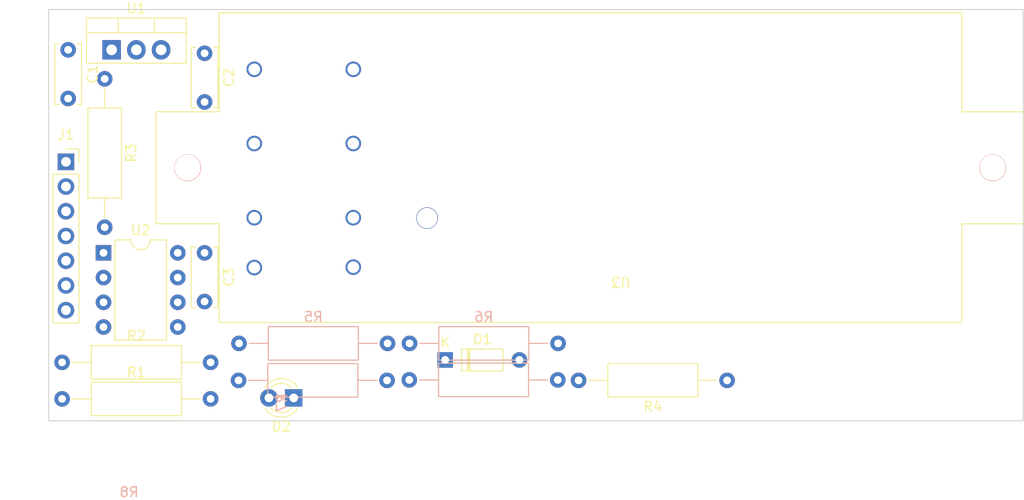
<source format=kicad_pcb>
(kicad_pcb (version 20211014) (generator pcbnew)
  (layers (0 "F.Cu" signal) (31 "B.Cu" signal) (34 "B.Paste" user) (35 "F.Paste" user) (36 "B.SilkS" user "B.Silkscreen") (37 "F.SilkS" user "F.Silkscreen") (38 "B.Mask" user) (39 "F.Mask" user) (44 "Edge.Cuts" user))
  (net 0 "")
  (net 1 "+12V")
  (net 2 "Earth")
  (net 3 "+5V")
  (net 4 "Net-(D2-Pad1)")
  (net 5 "Net-(D2-Pad2)")
  (net 6 "VPGM")
  (net 7 "Net-(R1-Pad1)")
  (net 8 "DAC_SIG")
  (net 9 "VMON")
  (net 13 "IMON")
  (net 16 "VDIV")
  (net 17 "VMON_3V3")
  (net 18 "IMON_3V3")
  (footprint "Resistor_THT:R_Axial_DIN0309_L9.0mm_D3.2mm_P15.24mm_Horizontal" (layer "F.Cu") (at 87.38 61)
    (fp_text reference "R1" (at 7.62 -2.72) (layer "F.SilkS"))
    (fp_text value "10k")
    (fp_line (start 12.24 -1.72) (end 3 -1.72) (layer "F.SilkS") (width 0.12))
    (fp_line (start 12.24 1.72) (end 12.24 -1.72) (layer "F.SilkS") (width 0.12))
    (fp_line (start 3 1.72) (end 12.24 1.72) (layer "F.SilkS") (width 0.12))
    (fp_line (start 14.2 0) (end 12.24 0) (layer "F.SilkS") (width 0.12))
    (fp_line (start 1.04 0) (end 3 0) (layer "F.SilkS") (width 0.12))
    (fp_line (start 3 -1.72) (end 3 1.72) (layer "F.SilkS") (width 0.12))
    (pad "1" thru_hole circle (at 0 0) (size 1.6 1.6) (drill 0.8) (layers *.Cu *.Mask) (net 7 "Net-(R1-Pad1)"))
    (pad "2" thru_hole oval (at 15.24 0) (size 1.6 1.6) (drill 0.8) (layers *.Cu *.Mask) (net 2 "Earth"))
  )
  (footprint "Diode_THT:D_DO-35_SOD27_P7.62mm_Horizontal" (layer "F.Cu") (at 126.69 57)
    (fp_text reference "D1" (at 3.81 -2.12) (layer "F.SilkS"))
    (fp_text value "TZX3V6A-TR")
    (fp_text user "K" (at 0 -1.8) (layer "F.SilkS"))
    (fp_line (start 1.69 1.12) (end 5.93 1.12) (layer "F.SilkS") (width 0.12))
    (fp_line (start 5.93 1.12) (end 5.93 -1.12) (layer "F.SilkS") (width 0.12))
    (fp_line (start 1.69 -1.12) (end 1.69 1.12) (layer "F.SilkS") (width 0.12))
    (fp_line (start 1.04 0) (end 1.69 0) (layer "F.SilkS") (width 0.12))
    (fp_line (start 2.41 -1.12) (end 2.41 1.12) (layer "F.SilkS") (width 0.12))
    (fp_line (start 2.29 -1.12) (end 2.29 1.12) (layer "F.SilkS") (width 0.12))
    (fp_line (start 2.53 -1.12) (end 2.53 1.12) (layer "F.SilkS") (width 0.12))
    (fp_line (start 5.93 -1.12) (end 1.69 -1.12) (layer "F.SilkS") (width 0.12))
    (fp_line (start 6.58 0) (end 5.93 0) (layer "F.SilkS") (width 0.12))
    (pad "1" thru_hole rect (at 0 0) (size 1.6 1.6) (drill 0.8) (layers *.Cu *.Mask) (net 9 "VMON"))
    (pad "2" thru_hole oval (at 7.62 0) (size 1.6 1.6) (drill 0.8) (layers *.Cu *.Mask) (net 2 "Earth"))
  )
  (footprint "Capacitor_THT:C_Disc_D6.0mm_W2.5mm_P5.00mm" (layer "F.Cu") (at 88 25.146 -90)
    (fp_text reference "C1" (at 2.5 -2.5 90) (layer "F.SilkS"))
    (fp_text value "0.1uF")
    (fp_line (start 5.62 0.925) (end 5.62 1.37) (layer "F.SilkS") (width 0.12))
    (fp_line (start 5.62 -1.37) (end 5.62 -0.925) (layer "F.SilkS") (width 0.12))
    (fp_line (start -0.62 -1.37) (end 5.62 -1.37) (layer "F.SilkS") (width 0.12))
    (fp_line (start -0.62 -1.37) (end -0.62 -0.925) (layer "F.SilkS") (width 0.12))
    (fp_line (start -0.62 0.925) (end -0.62 1.37) (layer "F.SilkS") (width 0.12))
    (fp_line (start -0.62 1.37) (end 5.62 1.37) (layer "F.SilkS") (width 0.12))
    (pad "1" thru_hole circle (at 0 0 270) (size 1.6 1.6) (drill 0.8) (layers *.Cu *.Mask) (net 1 "+12V"))
    (pad "2" thru_hole circle (at 5 0 270) (size 1.6 1.6) (drill 0.8) (layers *.Cu *.Mask) (net 2 "Earth"))
  )
  (footprint "Resistor_THT:R_Axial_DIN0309_L9.0mm_D3.2mm_P15.24mm_Horizontal" (layer "F.Cu") (at 155.62 59.1 180)
    (fp_text reference "R4" (at 7.62 -2.72) (layer "F.SilkS"))
    (fp_text value "1K")
    (fp_line (start 1.04 0) (end 3 0) (layer "F.SilkS") (width 0.12))
    (fp_line (start 12.24 -1.72) (end 3 -1.72) (layer "F.SilkS") (width 0.12))
    (fp_line (start 14.2 0) (end 12.24 0) (layer "F.SilkS") (width 0.12))
    (fp_line (start 12.24 1.72) (end 12.24 -1.72) (layer "F.SilkS") (width 0.12))
    (fp_line (start 3 -1.72) (end 3 1.72) (layer "F.SilkS") (width 0.12))
    (fp_line (start 3 1.72) (end 12.24 1.72) (layer "F.SilkS") (width 0.12))
    (pad "1" thru_hole circle (at 0 0 180) (size 1.6 1.6) (drill 0.8) (layers *.Cu *.Mask) (net 2 "Earth"))
    (pad "2" thru_hole oval (at 15.24 0 180) (size 1.6 1.6) (drill 0.8) (layers *.Cu *.Mask) (net 4 "Net-(D2-Pad1)"))
  )
  (footprint "LED_THT:LED_D3.0mm_Clear" (layer "F.Cu") (at 111.14619 60.9 180)
    (fp_text reference "D2" (at 1.27 -2.96) (layer "F.SilkS"))
    (fp_text value "LED")
    (fp_line (start -0.29 1.08) (end -0.29 1.236) (layer "F.SilkS") (width 0.12))
    (fp_line (start -0.29 -1.236) (end -0.29 -1.08) (layer "F.SilkS") (width 0.12))
    (fp_arc (start 2.942335 1.078608) (mid 1.366487 1.987659) (end -0.29 1.235516) (layer "F.SilkS") (width 0.12))
    (fp_arc (start 2.31113 1.079837) (mid 1.270117 1.5) (end 0.229039 1.08) (layer "F.SilkS") (width 0.12))
    (fp_arc (start 0.229039 -1.08) (mid 1.270117 -1.5) (end 2.31113 -1.079837) (layer "F.SilkS") (width 0.12))
    (fp_arc (start -0.29 -1.235516) (mid 1.366487 -1.987659) (end 2.942335 -1.078608) (layer "F.SilkS") (width 0.12))
    (pad "1" thru_hole rect (at 0 0 180) (size 1.8 1.8) (drill 0.9) (layers *.Cu *.Mask) (net 4 "Net-(D2-Pad1)"))
    (pad "2" thru_hole circle (at 2.54 0 180) (size 1.8 1.8) (drill 0.9) (layers *.Cu *.Mask) (net 5 "Net-(D2-Pad2)"))
  )
  (footprint "Package_TO_SOT_THT:TO-220-3_Vertical" (layer "F.Cu") (at 92.46 25.146)
    (fp_text reference "U1" (at 2.54 -4.27) (layer "F.SilkS"))
    (fp_text value "LM7805_TO220")
    (fp_line (start 0.69 -3.27) (end 0.69 -1.76) (layer "F.SilkS") (width 0.12))
    (fp_line (start -2.58 -3.27) (end -2.58 1.371) (layer "F.SilkS") (width 0.12))
    (fp_line (start -2.58 -1.76) (end 7.66 -1.76) (layer "F.SilkS") (width 0.12))
    (fp_line (start -2.58 -3.27) (end 7.66 -3.27) (layer "F.SilkS") (width 0.12))
    (fp_line (start -2.58 1.371) (end 7.66 1.371) (layer "F.SilkS") (width 0.12))
    (fp_line (start 4.391 -3.27) (end 4.391 -1.76) (layer "F.SilkS") (width 0.12))
    (fp_line (start 7.66 -3.27) (end 7.66 1.371) (layer "F.SilkS") (width 0.12))
    (pad "1" thru_hole rect (at 0 0) (size 1.905 2) (drill 1.1) (layers *.Cu *.Mask) (net 1 "+12V"))
    (pad "2" thru_hole oval (at 2.54 0) (size 1.905 2) (drill 1.1) (layers *.Cu *.Mask) (net 2 "Earth"))
    (pad "3" thru_hole oval (at 5.08 0) (size 1.905 2) (drill 1.1) (layers *.Cu *.Mask) (net 3 "+5V"))
  )
  (footprint "Capacitor_THT:C_Disc_D6.0mm_W2.5mm_P5.00mm" (layer "F.Cu") (at 102 25.5 -90)
    (fp_text reference "C2" (at 2.5 -2.5 90) (layer "F.SilkS"))
    (fp_text value "0.1uF")
    (fp_line (start 5.62 -1.37) (end 5.62 -0.925) (layer "F.SilkS") (width 0.12))
    (fp_line (start -0.62 1.37) (end 5.62 1.37) (layer "F.SilkS") (width 0.12))
    (fp_line (start -0.62 0.925) (end -0.62 1.37) (layer "F.SilkS") (width 0.12))
    (fp_line (start -0.62 -1.37) (end 5.62 -1.37) (layer "F.SilkS") (width 0.12))
    (fp_line (start 5.62 0.925) (end 5.62 1.37) (layer "F.SilkS") (width 0.12))
    (fp_line (start -0.62 -1.37) (end -0.62 -0.925) (layer "F.SilkS") (width 0.12))
    (pad "1" thru_hole circle (at 0 0 270) (size 1.6 1.6) (drill 0.8) (layers *.Cu *.Mask) (net 3 "+5V"))
    (pad "2" thru_hole circle (at 5 0 270) (size 1.6 1.6) (drill 0.8) (layers *.Cu *.Mask) (net 2 "Earth"))
  )
  (footprint "Capacitor_THT:C_Disc_D6.0mm_W2.5mm_P5.00mm" (layer "F.Cu") (at 102 46 -90)
    (fp_text reference "C3" (at 2.5 -2.5 90) (layer "F.SilkS"))
    (fp_text value "0.1uF")
    (fp_line (start -0.62 0.925) (end -0.62 1.37) (layer "F.SilkS") (width 0.12))
    (fp_line (start -0.62 -1.37) (end -0.62 -0.925) (layer "F.SilkS") (width 0.12))
    (fp_line (start 5.62 -1.37) (end 5.62 -0.925) (layer "F.SilkS") (width 0.12))
    (fp_line (start -0.62 -1.37) (end 5.62 -1.37) (layer "F.SilkS") (width 0.12))
    (fp_line (start -0.62 1.37) (end 5.62 1.37) (layer "F.SilkS") (width 0.12))
    (fp_line (start 5.62 0.925) (end 5.62 1.37) (layer "F.SilkS") (width 0.12))
    (pad "1" thru_hole circle (at 0 0 270) (size 1.6 1.6) (drill 0.8) (layers *.Cu *.Mask) (net 3 "+5V"))
    (pad "2" thru_hole circle (at 5 0 270) (size 1.6 1.6) (drill 0.8) (layers *.Cu *.Mask) (net 2 "Earth"))
  )
  (footprint "Connector_PinSocket_2.54mm:PinSocket_1x07_P2.54mm_Vertical" (layer "F.Cu") (at 87.775 36.65)
    (fp_text reference "J1" (at 0 -2.77) (layer "F.SilkS"))
    (fp_text value "Conn_01x07_Male")
    (fp_line (start 0 -1.33) (end 1.33 -1.33) (layer "F.SilkS") (width 0.12))
    (fp_line (start -1.33 1.27) (end 1.33 1.27) (layer "F.SilkS") (width 0.12))
    (fp_line (start -1.33 16.57) (end 1.33 16.57) (layer "F.SilkS") (width 0.12))
    (fp_line (start 1.33 -1.33) (end 1.33 0) (layer "F.SilkS") (width 0.12))
    (fp_line (start 1.33 1.27) (end 1.33 16.57) (layer "F.SilkS") (width 0.12))
    (fp_line (start -1.33 1.27) (end -1.33 16.57) (layer "F.SilkS") (width 0.12))
    (pad "1" thru_hole rect (at 0 0) (size 1.7 1.7) (drill 1) (layers *.Cu *.Mask) (net 1 "+12V"))
    (pad "2" thru_hole oval (at 0 2.54) (size 1.7 1.7) (drill 1) (layers *.Cu *.Mask) (net 2 "Earth"))
    (pad "3" thru_hole oval (at 0 5.08) (size 1.7 1.7) (drill 1) (layers *.Cu *.Mask) (net 8 "DAC_SIG"))
    (pad "4" thru_hole oval (at 0 7.62) (size 1.7 1.7) (drill 1) (layers *.Cu *.Mask) (net 17 "VMON_3V3"))
    (pad "5" thru_hole oval (at 0 10.16) (size 1.7 1.7) (drill 1) (layers *.Cu *.Mask) (net 18 "IMON_3V3"))
    (pad "6" thru_hole oval (at 0 12.7) (size 1.7 1.7) (drill 1) (layers *.Cu *.Mask) (net 6 "VPGM"))
    (pad "7" thru_hole oval (at 0 15.24) (size 1.7 1.7) (drill 1) (layers *.Cu *.Mask) (net 16 "VDIV"))
  )
  (footprint "Resistor_THT:R_Axial_DIN0309_L9.0mm_D3.2mm_P15.24mm_Horizontal" (layer "F.Cu") (at 91.75 28.13 -90)
    (fp_text reference "R3" (at 7.62 -2.72 90) (layer "F.SilkS"))
    (fp_text value "10k")
    (fp_line (start 1.04 0) (end 3 0) (layer "F.SilkS") (width 0.12))
    (fp_line (start 12.24 1.72) (end 12.24 -1.72) (layer "F.SilkS") (width 0.12))
    (fp_line (start 12.24 -1.72) (end 3 -1.72) (layer "F.SilkS") (width 0.12))
    (fp_line (start 3 1.72) (end 12.24 1.72) (layer "F.SilkS") (width 0.12))
    (fp_line (start 3 -1.72) (end 3 1.72) (layer "F.SilkS") (width 0.12))
    (fp_line (start 14.2 0) (end 12.24 0) (layer "F.SilkS") (width 0.12))
    (pad "1" thru_hole circle (at 0 0 270) (size 1.6 1.6) (drill 0.8) (layers *.Cu *.Mask) (net 2 "Earth"))
    (pad "2" thru_hole oval (at 15.24 0 270) (size 1.6 1.6) (drill 0.8) (layers *.Cu *.Mask) (net 6 "VPGM"))
  )
  (footprint "Resistor_THT:R_Axial_DIN0309_L9.0mm_D3.2mm_P15.24mm_Horizontal" (layer "F.Cu") (at 87.38 57.25)
    (fp_text reference "R2" (at 7.62 -2.72) (layer "F.SilkS"))
    (fp_text value "4.7k")
    (fp_line (start 1.04 0) (end 3 0) (layer "F.SilkS") (width 0.12))
    (fp_line (start 14.2 0) (end 12.24 0) (layer "F.SilkS") (width 0.12))
    (fp_line (start 12.24 -1.72) (end 3 -1.72) (layer "F.SilkS") (width 0.12))
    (fp_line (start 12.24 1.72) (end 12.24 -1.72) (layer "F.SilkS") (width 0.12))
    (fp_line (start 3 1.72) (end 12.24 1.72) (layer "F.SilkS") (width 0.12))
    (fp_line (start 3 -1.72) (end 3 1.72) (layer "F.SilkS") (width 0.12))
    (pad "1" thru_hole circle (at 0 0) (size 1.6 1.6) (drill 0.8) (layers *.Cu *.Mask) (net 7 "Net-(R1-Pad1)"))
    (pad "2" thru_hole oval (at 15.24 0) (size 1.6 1.6) (drill 0.8) (layers *.Cu *.Mask) (net 6 "VPGM"))
  )
  (footprint "Package_DIP:DIP-8_W7.62mm" (layer "F.Cu") (at 91.63 46)
    (fp_text reference "U2" (at 3.81 -2.33) (layer "F.SilkS"))
    (fp_text value "NE5532")
    (fp_line (start 6.46 -1.33) (end 4.81 -1.33) (layer "F.SilkS") (width 0.12))
    (fp_line (start 1.16 -1.33) (end 1.16 8.95) (layer "F.SilkS") (width 0.12))
    (fp_line (start 1.16 8.95) (end 6.46 8.95) (layer "F.SilkS") (width 0.12))
    (fp_line (start 2.81 -1.33) (end 1.16 -1.33) (layer "F.SilkS") (width 0.12))
    (fp_line (start 6.46 8.95) (end 6.46 -1.33) (layer "F.SilkS") (width 0.12))
    (fp_arc (start 4.81 -1.33) (mid 3.81 -0.33) (end 2.81 -1.33) (layer "F.SilkS") (width 0.12))
    (pad "1" thru_hole rect (at 0 0) (size 1.6 1.6) (drill 0.8) (layers *.Cu *.Mask) (net 6 "VPGM"))
    (pad "2" thru_hole oval (at 0 2.54) (size 1.6 1.6) (drill 0.8) (layers *.Cu *.Mask) (net 7 "Net-(R1-Pad1)"))
    (pad "3" thru_hole oval (at 0 5.08) (size 1.6 1.6) (drill 0.8) (layers *.Cu *.Mask) (net 8 "DAC_SIG"))
    (pad "4" thru_hole oval (at 0 7.62) (size 1.6 1.6) (drill 0.8) (layers *.Cu *.Mask) (net 2 "Earth"))
    (pad "5" thru_hole oval (at 7.62 7.62) (size 1.6 1.6) (drill 0.8) (layers *.Cu *.Mask))
    (pad "6" thru_hole oval (at 7.62 5.08) (size 1.6 1.6) (drill 0.8) (layers *.Cu *.Mask))
    (pad "7" thru_hole oval (at 7.62 2.54) (size 1.6 1.6) (drill 0.8) (layers *.Cu *.Mask))
    (pad "8" thru_hole oval (at 7.62 0) (size 1.6 1.6) (drill 0.8) (layers *.Cu *.Mask) (net 3 "+5V"))
  )
  (footprint "Resistor_THT:R_Axial_DIN0309_L9.0mm_D3.2mm_P15.24mm_Horizontal" (layer "B.Cu") (at 120.72619 59.1 180)
    (fp_text reference "R7" (at 10.8 -2.29381 90) (layer "B.SilkS") (effects (justify mirror)))
    (fp_text value "2K")
    (fp_line (start 1.04 0) (end 3 0) (layer "B.SilkS") (width 0.12))
    (fp_line (start 12.24 1.72) (end 3 1.72) (layer "B.SilkS") (width 0.12))
    (fp_line (start 3 1.72) (end 3 -1.72) (layer "B.SilkS") (width 0.12))
    (fp_line (start 3 -1.72) (end 12.24 -1.72) (layer "B.SilkS") (width 0.12))
    (fp_line (start 14.2 0) (end 12.24 0) (layer "B.SilkS") (width 0.12))
    (fp_line (start 12.24 -1.72) (end 12.24 1.72) (layer "B.SilkS") (width 0.12))
    (pad "1" thru_hole circle (at 0 0 180) (size 1.6 1.6) (drill 0.8) (layers *.Cu *.Mask) (net 18 "IMON_3V3"))
    (pad "2" thru_hole oval (at 15.24 0 180) (size 1.6 1.6) (drill 0.8) (layers *.Cu *.Mask) (net 13 "IMON"))
  )
  (footprint "Resistor_THT:R_Axial_DIN0309_L9.0mm_D3.2mm_P15.24mm_Horizontal" (layer "B.Cu") (at 120.77619 55.3 180)
    (fp_text reference "R5" (at 7.62 2.72) (layer "B.SilkS") (effects (justify mirror)))
    (fp_text value "2K")
    (fp_line (start 12.24 1.72) (end 3 1.72) (layer "B.SilkS") (width 0.12))
    (fp_line (start 12.24 -1.72) (end 12.24 1.72) (layer "B.SilkS") (width 0.12))
    (fp_line (start 3 -1.72) (end 12.24 -1.72) (layer "B.SilkS") (width 0.12))
    (fp_line (start 3 1.72) (end 3 -1.72) (layer "B.SilkS") (width 0.12))
    (fp_line (start 1.04 0) (end 3 0) (layer "B.SilkS") (width 0.12))
    (fp_line (start 14.2 0) (end 12.24 0) (layer "B.SilkS") (width 0.12))
    (pad "1" thru_hole circle (at 0 0 180) (size 1.6 1.6) (drill 0.8) (layers *.Cu *.Mask) (net 17 "VMON_3V3"))
    (pad "2" thru_hole oval (at 15.24 0 180) (size 1.6 1.6) (drill 0.8) (layers *.Cu *.Mask) (net 9 "VMON"))
  )
  (footprint "Library:CB101" (layer "B.Cu") (at 96.9607 53.0996)
    (fp_text reference "U3" (at 47.752 -4.112 180 unlocked) (layer "F.SilkS"))
    (fp_text value "CB101")
    (fp_circle (center 85.9155 -15.837) (end 84.5945 -15.837) (layer "B.SilkS") (width 0.12) (fill none))
    (fp_circle (center 3.302 -15.837) (end 1.981 -15.837) (layer "B.SilkS") (width 0.12) (fill none))
    (fp_line (start 0.0635 -21.59) (end 6.5405 -21.59) (layer "F.SilkS") (width 0.12))
    (fp_line (start 89.0905 -21.59) (end 82.7405 -21.59) (layer "F.SilkS") (width 0.12))
    (fp_line (start 6.5405 -21.59) (end 6.5405 -31.75) (layer "F.SilkS") (width 0.12))
    (fp_line (start 0.0635 -21.59) (end 0.0635 -15.85) (layer "F.SilkS") (width 0.12))
    (fp_line (start 82.7405 -10.084) (end 82.7405 0.05) (layer "F.SilkS") (width 0.12))
    (fp_line (start 0.0635 -10.084) (end 6.5405 -10.084) (layer "F.SilkS") (width 0.12))
    (fp_line (start 89.0905 -10.084) (end 89.0905 -15.824) (layer "F.SilkS") (width 0.12))
    (fp_line (start 6.5405 -31.75) (end 82.7405 -31.75) (layer "F.SilkS") (width 0.12))
    (fp_line (start 89.0905 -15.85) (end 89.0905 -21.59) (layer "F.SilkS") (width 0.12))
    (fp_line (start 89.0905 -10.084) (end 82.7405 -10.084) (layer "F.SilkS") (width 0.12))
    (fp_line (start 6.5405 -10.084) (end 6.5405 0.05) (layer "F.SilkS") (width 0.12))
    (fp_line (start 82.7405 -31.75) (end 82.7405 -21.59) (layer "F.SilkS") (width 0.12))
    (fp_line (start 6.5405 -31.75) (end 6.5405 -25.95) (layer "F.SilkS") (width 0.12))
    (fp_line (start 0.0635 -15.824) (end 0.0635 -10.084) (layer "F.SilkS") (width 0.12))
    (fp_line (start 6.5405 0.05) (end 82.7405 0.05) (layer "F.SilkS") (width 0.12))
    (pad "" thru_hole circle (at 3.2893 -15.8496 180) (size 2.64 2.64) (drill 2.64) (layers *.Cu *.Mask))
    (pad "" thru_hole circle (at 85.9155 -15.8496 180) (size 2.64 2.64) (drill 2.64) (layers *.Cu *.Mask))
    (pad "1" thru_hole circle (at 10.1405 -25.95 180) (size 1.6 1.6) (drill 1.2) (layers *.Cu *.Mask) (net 1 "+12V"))
    (pad "2" thru_hole circle (at 10.1405 -18.33 180) (size 1.6 1.6) (drill 1.2) (layers *.Cu *.Mask) (net 2 "Earth"))
    (pad "3" thru_hole circle (at 10.1405 -10.71 180) (size 1.6 1.6) (drill 1.2) (layers *.Cu *.Mask) (net 2 "Earth"))
    (pad "4" thru_hole circle (at 10.1405 -5.588 180) (size 1.6 1.6) (drill 1.2) (layers *.Cu *.Mask) (net 6 "VPGM"))
    (pad "5" thru_hole circle (at 20.3005 -5.63 180) (size 1.6 1.6) (drill 1.2) (layers *.Cu *.Mask) (net 5 "Net-(D2-Pad2)"))
    (pad "6" thru_hole circle (at 20.3005 -10.71 180) (size 1.6 1.6) (drill 1.2) (layers *.Cu *.Mask) (net 13 "IMON"))
    (pad "7" thru_hole circle (at 20.3005 -18.33 180) (size 1.6 1.6) (drill 1.2) (layers *.Cu *.Mask) (net 9 "VMON"))
    (pad "8" thru_hole circle (at 20.3005 -25.95 180) (size 1.6 1.6) (drill 1.2) (layers *.Cu *.Mask))
    (pad "9" thru_hole circle (at 27.8765 -10.668 180) (size 2.2 2.2) (drill 2.1) (layers *.Cu *.Mask))
  )
  (footprint "Resistor_THT:R_Axial_DIN0309_L9.0mm_D3.2mm_P15.24mm_Horizontal" (layer "B.Cu") (at 138.27619 55.3 180)
    (fp_text reference "R6" (at 7.62 2.72) (layer "B.SilkS") (effects (justify mirror)))
    (fp_text value "1.1K")
    (fp_line (start 3 -1.72) (end 12.24 -1.72) (layer "B.SilkS") (width 0.12))
    (fp_line (start 14.2 0) (end 12.24 0) (layer "B.SilkS") (width 0.12))
    (fp_line (start 12.24 -1.72) (end 12.24 1.72) (layer "B.SilkS") (width 0.12))
    (fp_line (start 12.24 1.72) (end 3 1.72) (layer "B.SilkS") (width 0.12))
    (fp_line (start 3 1.72) (end 3 -1.72) (layer "B.SilkS") (width 0.12))
    (fp_line (start 1.04 0) (end 3 0) (layer "B.SilkS") (width 0.12))
    (pad "1" thru_hole circle (at 0 0 180) (size 1.6 1.6) (drill 0.8) (layers *.Cu *.Mask) (net 2 "Earth"))
    (pad "2" thru_hole oval (at 15.24 0 180) (size 1.6 1.6) (drill 0.8) (layers *.Cu *.Mask) (net 17 "VMON_3V3"))
  )
  (footprint "Resistor_THT:R_Axial_DIN0309_L9.0mm_D3.2mm_P15.24mm_Horizontal" (layer "B.Cu") (at 138.24619 59.05 180)
    (fp_text reference "R8" (at 43.99 -11.53) (layer "B.SilkS") (effects (justify mirror)))
    (fp_text value "1.1K")
    (fp_line (start 1.04 0) (end 3 0) (layer "B.SilkS") (width 0.12))
    (fp_line (start 12.24 -1.72) (end 12.24 1.72) (layer "B.SilkS") (width 0.12))
    (fp_line (start 14.2 0) (end 12.24 0) (layer "B.SilkS") (width 0.12))
    (fp_line (start 3 -1.72) (end 12.24 -1.72) (layer "B.SilkS") (width 0.12))
    (fp_line (start 3 1.72) (end 3 -1.72) (layer "B.SilkS") (width 0.12))
    (fp_line (start 12.24 1.72) (end 3 1.72) (layer "B.SilkS") (width 0.12))
    (pad "1" thru_hole circle (at 0 0 180) (size 1.6 1.6) (drill 0.8) (layers *.Cu *.Mask) (net 2 "Earth"))
    (pad "2" thru_hole oval (at 15.24 0 180) (size 1.6 1.6) (drill 0.8) (layers *.Cu *.Mask) (net 18 "IMON_3V3"))
  )
  (gr_rect (start 186 21) (end 86 63.25) (layer "Edge.Cuts") (width 0.1) (fill none))
)
</source>
